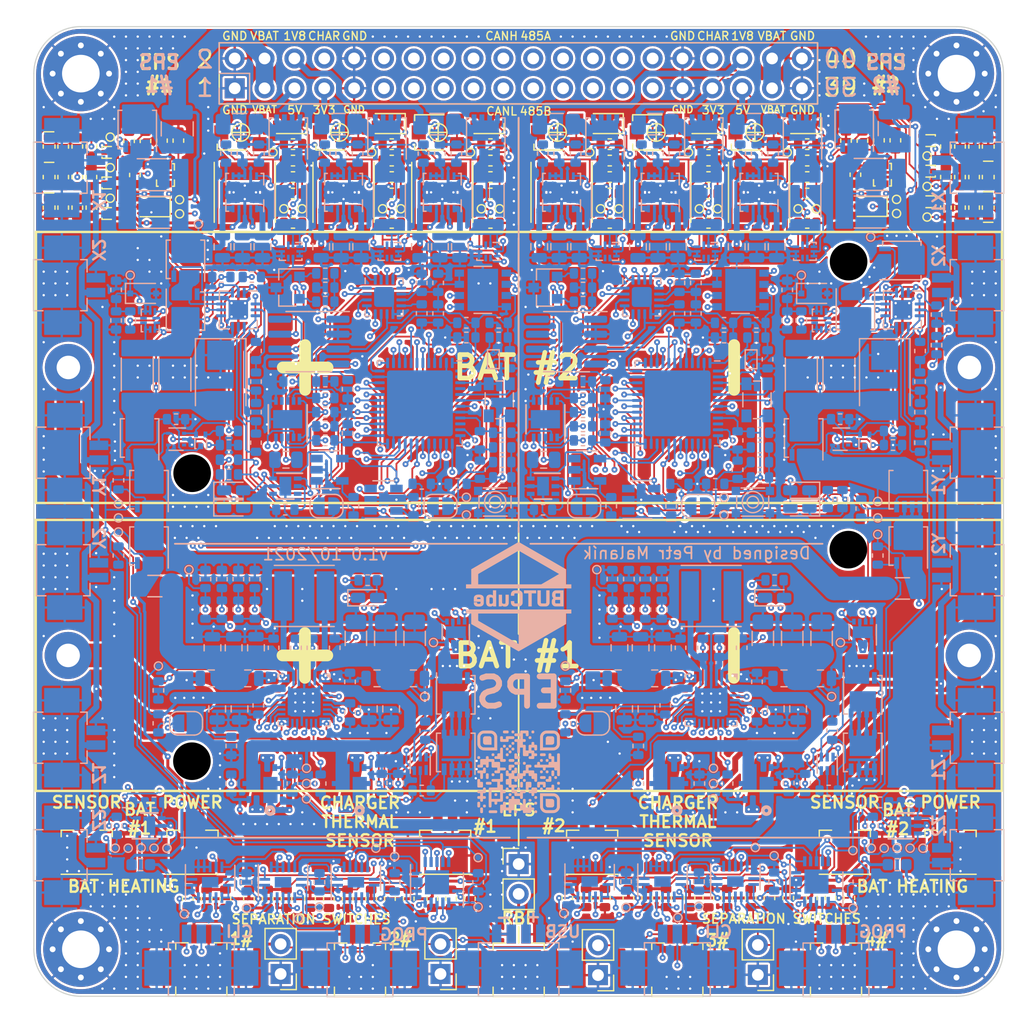
<source format=kicad_pcb>
(kicad_pcb (version 20210623) (generator pcbnew)

  (general
    (thickness 1)
  )

  (paper "A4")
  (title_block
    (title "BUTCube - EPS")
    (date "2021-08-20")
    (rev "v1.0")
    (company "VUT - FIT(STRaDe) & FME(IAE & IPE)")
    (comment 1 "Author: Petr Malaník")
  )

  (layers
    (0 "F.Cu" signal)
    (1 "In1.Cu" power)
    (2 "In2.Cu" mixed)
    (31 "B.Cu" signal)
    (32 "B.Adhes" user "B.Adhesive")
    (33 "F.Adhes" user "F.Adhesive")
    (34 "B.Paste" user)
    (35 "F.Paste" user)
    (36 "B.SilkS" user "B.Silkscreen")
    (37 "F.SilkS" user "F.Silkscreen")
    (38 "B.Mask" user)
    (39 "F.Mask" user)
    (40 "Dwgs.User" user "User.Drawings")
    (41 "Cmts.User" user "User.Comments")
    (42 "Eco1.User" user "User.Eco1")
    (43 "Eco2.User" user "User.Eco2")
    (44 "Edge.Cuts" user)
    (45 "Margin" user)
    (46 "B.CrtYd" user "B.Courtyard")
    (47 "F.CrtYd" user "F.Courtyard")
    (48 "B.Fab" user)
    (49 "F.Fab" user)
    (50 "User.1" user)
    (51 "User.2" user)
    (52 "User.3" user)
    (53 "User.4" user)
    (54 "User.5" user)
    (55 "User.6" user)
    (56 "User.7" user)
    (57 "User.8" user)
    (58 "User.9" user)
  )

  (setup
    (stackup
      (layer "F.SilkS" (type "Top Silk Screen"))
      (layer "F.Paste" (type "Top Solder Paste"))
      (layer "F.Mask" (type "Top Solder Mask") (color "Green") (thickness 0.01))
      (layer "F.Cu" (type "copper") (thickness 0.035))
      (layer "dielectric 1" (type "core") (thickness 0.28) (material "FR4") (epsilon_r 4.5) (loss_tangent 0.02))
      (layer "In1.Cu" (type "copper") (thickness 0.035))
      (layer "dielectric 2" (type "prepreg") (thickness 0.28) (material "FR4") (epsilon_r 4.5) (loss_tangent 0.02))
      (layer "In2.Cu" (type "copper") (thickness 0.035))
      (layer "dielectric 3" (type "core") (thickness 0.28) (material "FR4") (epsilon_r 4.5) (loss_tangent 0.02))
      (layer "B.Cu" (type "copper") (thickness 0.035))
      (layer "B.Mask" (type "Bottom Solder Mask") (color "Green") (thickness 0.01))
      (layer "B.Paste" (type "Bottom Solder Paste"))
      (layer "B.SilkS" (type "Bottom Silk Screen"))
      (copper_finish "Immersion gold")
      (dielectric_constraints no)
    )
    (pad_to_mask_clearance 0)
    (pcbplotparams
      (layerselection 0x00010f0_ffffffff)
      (disableapertmacros false)
      (usegerberextensions true)
      (usegerberattributes true)
      (usegerberadvancedattributes true)
      (creategerberjobfile true)
      (svguseinch false)
      (svgprecision 6)
      (excludeedgelayer true)
      (plotframeref false)
      (viasonmask false)
      (mode 1)
      (useauxorigin false)
      (hpglpennumber 1)
      (hpglpenspeed 20)
      (hpglpendiameter 15.000000)
      (dxfpolygonmode true)
      (dxfimperialunits true)
      (dxfusepcbnewfont true)
      (psnegative false)
      (psa4output false)
      (plotreference true)
      (plotvalue true)
      (plotinvisibletext false)
      (sketchpadsonfab false)
      (subtractmaskfromsilk false)
      (outputformat 1)
      (mirror false)
      (drillshape 0)
      (scaleselection 1)
      (outputdirectory "gerbers")
    )
  )

  (net 0 "")
  (net 1 "Net-(C1-Pad1)")
  (net 2 "/Unit #1/Battery charger/VBUS")
  (net 3 "/Unit #1/MCU/MCU_POWER")
  (net 4 "/Unit #1/Battery charger/SOLAR_IN")
  (net 5 "/USB power/USB_POWER")
  (net 6 "Net-(C6-Pad1)")
  (net 7 "Net-(C6-Pad2)")
  (net 8 "Net-(C7-Pad1)")
  (net 9 "GND")
  (net 10 "Net-(C7-Pad2)")
  (net 11 "Net-(C8-Pad1)")
  (net 12 "/Unit #1/Battery charger/PMID")
  (net 13 "/Unit #1/Battery charger/SYS")
  (net 14 "/Unit #1/Battery charger/REGN")
  (net 15 "/Unit #1/Activation control/PWR_OUT")
  (net 16 "Net-(C29-Pad1)")
  (net 17 "/Unit #1/MCU/OUT_CUR")
  (net 18 "Net-(C32-Pad1)")
  (net 19 "/Unit #1/MCU/VREF")
  (net 20 "Net-(C47-Pad1)")
  (net 21 "/Unit #2/MCU/MCU_POWER")
  (net 22 "/Unit #2/Battery charger/SOLAR_IN")
  (net 23 "Net-(C52-Pad1)")
  (net 24 "Net-(C52-Pad2)")
  (net 25 "Net-(C53-Pad1)")
  (net 26 "Net-(C53-Pad2)")
  (net 27 "Net-(C54-Pad1)")
  (net 28 "/Unit #2/Battery charger/PMID")
  (net 29 "/Unit #2/Battery charger/SYS")
  (net 30 "/Unit #2/Battery charger/REGN")
  (net 31 "/Unit #2/Activation control/PWR_OUT")
  (net 32 "Net-(C75-Pad1)")
  (net 33 "/Unit #2/MCU/OUT_CUR")
  (net 34 "Net-(C78-Pad1)")
  (net 35 "/Unit #2/MCU/VREF")
  (net 36 "Net-(C93-Pad1)")
  (net 37 "Net-(C94-Pad1)")
  (net 38 "/Unit #1/Output control/PWR_OUT")
  (net 39 "Net-(C96-Pad1)")
  (net 40 "Net-(C97-Pad1)")
  (net 41 "/Unit #2/Output control/PWR_OUT")
  (net 42 "Net-(C101-Pad1)")
  (net 43 "Net-(C102-Pad1)")
  (net 44 "Net-(C106-Pad1)")
  (net 45 "Net-(C107-Pad1)")
  (net 46 "Net-(C111-Pad1)")
  (net 47 "Net-(C112-Pad1)")
  (net 48 "Net-(C116-Pad1)")
  (net 49 "Net-(C117-Pad1)")
  (net 50 "Net-(C121-Pad1)")
  (net 51 "Net-(C122-Pad1)")
  (net 52 "/Unit #1/ADC/VBAT_CUR")
  (net 53 "/Unit #2/ADC/VBAT_CUR")
  (net 54 "Net-(C129-Pad1)")
  (net 55 "Net-(C130-Pad1)")
  (net 56 "Net-(C131-Pad1)")
  (net 57 "Net-(C132-Pad1)")
  (net 58 "Net-(C133-Pad1)")
  (net 59 "/Unit #2/Activation control/Activation logic/PWR_IN")
  (net 60 "Net-(C138-Pad1)")
  (net 61 "Net-(C139-Pad1)")
  (net 62 "Net-(C140-Pad1)")
  (net 63 "Net-(C141-Pad1)")
  (net 64 "Net-(C142-Pad1)")
  (net 65 "/Unit #1/Activation control/Activation logic/PWR_IN")
  (net 66 "Net-(D2-Pad2)")
  (net 67 "/Stack connector/CAN_L")
  (net 68 "/Stack connector/CAN_H")
  (net 69 "/Unit #1/ADC/1V8_CUR")
  (net 70 "/Unit #2/ADC/1V8_CUR")
  (net 71 "/Unit #1/ADC/3V3_CUR")
  (net 72 "/Unit #2/ADC/3V3_CUR")
  (net 73 "/Unit #1/ADC/5V_CUR")
  (net 74 "/Unit #2/ADC/5V_CUR")
  (net 75 "/Unit #1/Activation control/PWR_IN")
  (net 76 "/Unit #1/MCU/POWER")
  (net 77 "Net-(F3-Pad2)")
  (net 78 "/Unit #2/Activation control/PWR_IN")
  (net 79 "/Unit #2/MCU/POWER")
  (net 80 "Net-(F6-Pad2)")
  (net 81 "Net-(F7-Pad1)")
  (net 82 "/Unit #1/1V8")
  (net 83 "Net-(F8-Pad1)")
  (net 84 "/Unit #2/1V8")
  (net 85 "Net-(F9-Pad1)")
  (net 86 "/Unit #1/3V3")
  (net 87 "Net-(F10-Pad1)")
  (net 88 "/Unit #2/3V3")
  (net 89 "Net-(F11-Pad1)")
  (net 90 "/Unit #1/5V")
  (net 91 "Net-(F12-Pad1)")
  (net 92 "/Unit #2/5V")
  (net 93 "Net-(F13-Pad1)")
  (net 94 "/Unit #1/VBAT")
  (net 95 "Net-(F14-Pad1)")
  (net 96 "/Unit #2/VBAT")
  (net 97 "Net-(J7-Pad1)")
  (net 98 "/Unit #1/MCU/DBG_TX")
  (net 99 "/Unit #1/MCU/DBG_RX")
  (net 100 "/Unit #1/MCU/SWCLK")
  (net 101 "/Unit #1/MCU/SWDIO")
  (net 102 "/Unit #1/Battery temperature control/NTC_OUT")
  (net 103 "Net-(J11-Pad1)")
  (net 104 "/Stack connector/EPS#1_CHARGE")
  (net 105 "/Stack connector/RS_485_~{B}")
  (net 106 "/Stack connector/RS_485_A")
  (net 107 "/Stack connector/EPS#2_CHARGE")
  (net 108 "Net-(J19-Pad1)")
  (net 109 "/Unit #2/MCU/DBG_TX")
  (net 110 "/Unit #2/MCU/DBG_RX")
  (net 111 "/Unit #2/MCU/SWCLK")
  (net 112 "/Unit #2/MCU/SWDIO")
  (net 113 "/Unit #2/Battery temperature control/NTC_OUT")
  (net 114 "Net-(J23-Pad1)")
  (net 115 "/Activation switches/RBF_PIN")
  (net 116 "/Activation switches/SW_#1")
  (net 117 "/Activation switches/SW_#2")
  (net 118 "/Activation switches/SW_#3")
  (net 119 "/Activation switches/SW_#4")
  (net 120 "Net-(JP1-Pad2)")
  (net 121 "Net-(JP2-Pad1)")
  (net 122 "/Unit #1/MCU/NRST")
  (net 123 "Net-(JP3-Pad1)")
  (net 124 "Net-(JP3-Pad2)")
  (net 125 "Net-(JP4-Pad2)")
  (net 126 "Net-(JP5-Pad1)")
  (net 127 "/Unit #2/MCU/NRST")
  (net 128 "Net-(JP6-Pad1)")
  (net 129 "Net-(JP6-Pad2)")
  (net 130 "Net-(L3-Pad1)")
  (net 131 "Net-(L3-Pad2)")
  (net 132 "Net-(L4-Pad1)")
  (net 133 "Net-(L4-Pad2)")
  (net 134 "Net-(L5-Pad1)")
  (net 135 "Net-(L5-Pad2)")
  (net 136 "Net-(L6-Pad1)")
  (net 137 "Net-(L6-Pad2)")
  (net 138 "Net-(L7-Pad1)")
  (net 139 "Net-(L7-Pad2)")
  (net 140 "Net-(L8-Pad1)")
  (net 141 "Net-(L8-Pad2)")
  (net 142 "Net-(Q1-PadG1)")
  (net 143 "Net-(Q1-PadS1)")
  (net 144 "Net-(Q2-PadG1)")
  (net 145 "Net-(Q2-PadS1)")
  (net 146 "/Unit #1/Activation control/Activation logic/SEP_EN")
  (net 147 "Net-(Q3-Pad5)")
  (net 148 "/Unit #1/Activation control/Activation logic/RBF_EN")
  (net 149 "Net-(Q5-Pad1)")
  (net 150 "Net-(Q5-Pad3)")
  (net 151 "Net-(Q7-Pad1)")
  (net 152 "Net-(Q7-Pad4)")
  (net 153 "Net-(Q7-Pad5)")
  (net 154 "Net-(Q9-PadG1)")
  (net 155 "Net-(Q9-PadS1)")
  (net 156 "Net-(Q10-PadG1)")
  (net 157 "Net-(Q10-PadS1)")
  (net 158 "/Unit #2/Activation control/Activation logic/SEP_EN")
  (net 159 "Net-(Q11-Pad5)")
  (net 160 "/Unit #2/Activation control/Activation logic/RBF_EN")
  (net 161 "Net-(Q13-Pad1)")
  (net 162 "Net-(Q13-Pad3)")
  (net 163 "Net-(Q15-Pad1)")
  (net 164 "Net-(Q15-Pad4)")
  (net 165 "Net-(Q15-Pad5)")
  (net 166 "Net-(Q17-Pad4)")
  (net 167 "Net-(Q17-Pad5)")
  (net 168 "Net-(Q18-Pad1)")
  (net 169 "Net-(Q18-Pad4)")
  (net 170 "Net-(Q19-Pad4)")
  (net 171 "Net-(Q19-Pad5)")
  (net 172 "Net-(Q20-Pad1)")
  (net 173 "Net-(Q20-Pad4)")
  (net 174 "/Unit #1/Power supplies/Power_supply_1V8/PER_POWER")
  (net 175 "/Unit #1/MCU/1V8_EN")
  (net 176 "/Unit #2/Power supplies/Power_supply_1V8/PER_POWER")
  (net 177 "/Unit #2/MCU/1V8_EN")
  (net 178 "/Unit #1/MCU/3V3_EN")
  (net 179 "/Unit #2/MCU/3V3_EN")
  (net 180 "/Unit #1/Power supplies/Power_supply_5V/PER_POWER")
  (net 181 "/Unit #1/MCU/5V_EN")
  (net 182 "/Unit #2/Power supplies/Power_supply_5V/PER_POWER")
  (net 183 "/Unit #2/MCU/5V_EN")
  (net 184 "Net-(Q27-Pad1)")
  (net 185 "/Unit #1/MCU/VBAT_EN")
  (net 186 "Net-(Q28-Pad1)")
  (net 187 "/Unit #2/MCU/VBAT_EN")
  (net 188 "/Unit #1/Battery charger/D+")
  (net 189 "/Unit #1/Battery charger/D-")
  (net 190 "Net-(R5-Pad2)")
  (net 191 "Net-(R6-Pad2)")
  (net 192 "Net-(R7-Pad1)")
  (net 193 "Net-(R8-Pad2)")
  (net 194 "Net-(D1-Pad2)")
  (net 195 "Net-(R11-Pad1)")
  (net 196 "Net-(R16-Pad2)")
  (net 197 "Net-(R17-Pad2)")
  (net 198 "Net-(R18-Pad2)")
  (net 199 "Net-(R21-Pad2)")
  (net 200 "Net-(R22-Pad1)")
  (net 201 "Net-(R24-Pad2)")
  (net 202 "/Unit #1/MCU/VBAT")
  (net 203 "/Unit #1/MCU/VDDUSB")
  (net 204 "Net-(R30-Pad1)")
  (net 205 "/Unit #1/MCU/CAN_RS")
  (net 206 "/Unit #1/MCU/RS_485_R_EN")
  (net 207 "/Unit #1/MCU/RS_485_T_EN")
  (net 208 "/Unit #1/Battery temperature control/EN")
  (net 209 "/Unit #1/Battery temperature control/NTC_REF")
  (net 210 "/Unit #2/Battery charger/D+")
  (net 211 "/Unit #2/Battery charger/D-")
  (net 212 "Net-(R47-Pad2)")
  (net 213 "Net-(R57-Pad2)")
  (net 214 "/Unit #2/MCU/VBAT")
  (net 215 "/Unit #2/MCU/VDDUSB")
  (net 216 "/Unit #2/MCU/CAN_RS")
  (net 217 "/Unit #2/MCU/RS_485_R_EN")
  (net 218 "/Unit #2/MCU/RS_485_T_EN")
  (net 219 "/Unit #2/Battery temperature control/EN")
  (net 220 "/Unit #2/Battery temperature control/NTC_REF")
  (net 221 "Net-(R82-Pad1)")
  (net 222 "Net-(R91-Pad2)")
  (net 223 "Net-(R98-Pad2)")
  (net 224 "Net-(R105-Pad2)")
  (net 225 "Net-(R112-Pad2)")
  (net 226 "Net-(R119-Pad2)")
  (net 227 "/Unit #1/Battery temperature control/~{FAULT}")
  (net 228 "/Unit #2/Battery temperature control/~{FAULT}")
  (net 229 "Net-(TP61-Pad1)")
  (net 230 "Net-(TP62-Pad1)")
  (net 231 "Net-(TP63-Pad1)")
  (net 232 "Net-(TP64-Pad1)")
  (net 233 "Net-(TP67-Pad1)")
  (net 234 "Net-(TP69-Pad1)")
  (net 235 "Net-(TP70-Pad1)")
  (net 236 "Net-(TP71-Pad1)")
  (net 237 "Net-(TP72-Pad1)")
  (net 238 "Net-(TP75-Pad1)")
  (net 239 "/Unit #1/ADC/~{CS}")
  (net 240 "/Unit #1/MCU/SPI_MISO")
  (net 241 "/Unit #1/MCU/SPI_SCK")
  (net 242 "/Unit #1/MCU/SPI_MOSI")
  (net 243 "Net-(D1-Pad1)")
  (net 244 "/Unit #1/Battery charger/SCL")
  (net 245 "/Unit #1/Battery charger/SDA")
  (net 246 "/Unit #1/Battery charger/~{INT}")
  (net 247 "/Unit #1/MCU/WDG_RESET")
  (net 248 "/Unit #1/MCU/FRAM_CS")
  (net 249 "/Unit #1/MCU/LSE")
  (net 250 "/Unit #1/MCU/HSE")
  (net 251 "/Unit #1/Battery charger/BAT_ALERT")
  (net 252 "/Unit #1/MCU/RS_485_R")
  (net 253 "/Unit #1/MCU/RS_485_T")
  (net 254 "/Unit #1/MCU/CAN_RX")
  (net 255 "/Unit #1/MCU/CAN_TX")
  (net 256 "/Unit #2/ADC/~{CS}")
  (net 257 "/Unit #2/MCU/SPI_MISO")
  (net 258 "/Unit #2/MCU/SPI_SCK")
  (net 259 "/Unit #2/MCU/SPI_MOSI")
  (net 260 "Net-(D5-Pad1)")
  (net 261 "/Unit #2/Battery charger/SCL")
  (net 262 "/Unit #2/Battery charger/SDA")
  (net 263 "/Unit #2/Battery charger/~{INT}")
  (net 264 "/Unit #2/MCU/WDG_RESET")
  (net 265 "/Unit #2/MCU/FRAM_CS")
  (net 266 "/Unit #2/MCU/LSE")
  (net 267 "/Unit #2/MCU/HSE")
  (net 268 "/Unit #2/Battery charger/BAT_ALERT")
  (net 269 "/Unit #2/MCU/RS_485_R")
  (net 270 "/Unit #2/MCU/RS_485_T")
  (net 271 "/Unit #2/MCU/CAN_RX")
  (net 272 "/Unit #2/MCU/CAN_TX")
  (net 273 "Net-(U52-Pad6)")
  (net 274 "Net-(U53-Pad8)")
  (net 275 "Net-(U54-Pad12)")
  (net 276 "Net-(U48-Pad6)")
  (net 277 "Net-(U48-Pad8)")
  (net 278 "Net-(U48-Pad12)")
  (net 279 "Net-(U49-Pad10)")
  (net 280 "Net-(U49-Pad8)")
  (net 281 "Net-(U49-Pad12)")
  (net 282 "Net-(U50-Pad12)")
  (net 283 "Net-(U52-Pad8)")
  (net 284 "Net-(U52-Pad12)")
  (net 285 "Net-(U53-Pad10)")
  (net 286 "Net-(U53-Pad12)")
  (net 287 "Net-(D4-Pad1)")
  (net 288 "Net-(D7-Pad1)")
  (net 289 "Net-(D7-Pad2)")
  (net 290 "Net-(D8-Pad2)")
  (net 291 "Net-(D10-Pad1)")
  (net 292 "Net-(D11-Pad1)")
  (net 293 "/Unit #1/MCU/LED1")
  (net 294 "/Unit #1/MCU/LED2")
  (net 295 "Net-(R41-Pad1)")
  (net 296 "Net-(R46-Pad2)")
  (net 297 "Net-(R48-Pad1)")
  (net 298 "Net-(R49-Pad2)")
  (net 299 "Net-(R52-Pad1)")
  (net 300 "Net-(R58-Pad2)")
  (net 301 "Net-(R59-Pad2)")
  (net 302 "Net-(R62-Pad2)")
  (net 303 "Net-(R63-Pad1)")
  (net 304 "Net-(R65-Pad2)")
  (net 305 "Net-(R71-Pad1)")
  (net 306 "/Unit #2/MCU/LED1")
  (net 307 "/Unit #2/MCU/LED2")
  (net 308 "Net-(R84-Pad1)")
  (net 309 "Net-(R86-Pad1)")
  (net 310 "Net-(R88-Pad2)")
  (net 311 "Net-(R89-Pad1)")
  (net 312 "Net-(R95-Pad2)")
  (net 313 "Net-(R96-Pad1)")
  (net 314 "Net-(R102-Pad2)")
  (net 315 "Net-(R103-Pad1)")
  (net 316 "Net-(R109-Pad2)")
  (net 317 "Net-(R110-Pad1)")
  (net 318 "Net-(R116-Pad2)")
  (net 319 "Net-(R117-Pad1)")
  (net 320 "Net-(R123-Pad2)")
  (net 321 "Net-(R124-Pad1)")
  (net 322 "Net-(R126-Pad2)")
  (net 323 "Net-(R132-Pad2)")
  (net 324 "Net-(R137-Pad2)")
  (net 325 "/Unit #1/Battery charger/BAT+")
  (net 326 "/Unit #2/Battery charger/BAT+")
  (net 327 "/Unit #1/ADC/VBAT_DIV")
  (net 328 "/Unit #1/ADC/3V3_DIV")
  (net 329 "/Unit #1/ADC/5V_DIV")
  (net 330 "/Unit #2/ADC/VBAT_DIV")
  (net 331 "/Unit #2/ADC/3V3_DIV")
  (net 332 "/Unit #2/ADC/5V_DIV")
  (net 333 "unconnected-(J12-Pad11)")
  (net 334 "unconnected-(J12-Pad12)")
  (net 335 "unconnected-(J12-Pad13)")
  (net 336 "unconnected-(J12-Pad14)")
  (net 337 "unconnected-(J12-Pad15)")
  (net 338 "unconnected-(J12-Pad16)")
  (net 339 "unconnected-(J12-Pad17)")
  (net 340 "unconnected-(J12-Pad18)")
  (net 341 "unconnected-(J12-Pad23)")
  (net 342 "unconnected-(J12-Pad24)")
  (net 343 "unconnected-(J12-Pad25)")
  (net 344 "unconnected-(J12-Pad26)")
  (net 345 "unconnected-(J12-Pad27)")
  (net 346 "unconnected-(J12-Pad28)")
  (net 347 "unconnected-(J12-Pad29)")
  (net 348 "unconnected-(J12-Pad30)")
  (net 349 "/Unit #1/ADC/CONV_EN")
  (net 350 "Net-(Q29-Pad3)")
  (net 351 "Net-(Q30-Pad3)")
  (net 352 "Net-(Q31-Pad3)")
  (net 353 "/Unit #2/ADC/CONV_EN")
  (net 354 "Net-(Q32-Pad3)")
  (net 355 "Net-(Q33-Pad3)")
  (net 356 "Net-(Q34-Pad3)")
  (net 357 "unconnected-(U6-Pad3)")
  (net 358 "unconnected-(U8-Pad3)")
  (net 359 "unconnected-(U9-Pad4)")
  (net 360 "unconnected-(U9-Pad10)")
  (net 361 "unconnected-(U10-Pad3)")
  (net 362 "unconnected-(U12-Pad7)")
  (net 363 "unconnected-(U19-Pad3)")
  (net 364 "unconnected-(U21-Pad3)")
  (net 365 "unconnected-(U22-Pad4)")
  (net 366 "unconnected-(U22-Pad10)")
  (net 367 "unconnected-(U23-Pad3)")
  (net 368 "unconnected-(U25-Pad7)")
  (net 369 "unconnected-(U27-Pad1)")
  (net 370 "unconnected-(U30-Pad1)")
  (net 371 "unconnected-(U50-Pad8)")
  (net 372 "unconnected-(U54-Pad8)")
  (net 373 "unconnected-(X1-Pad1)")
  (net 374 "unconnected-(X3-Pad1)")
  (net 375 "/Unit #2/Battery charger/VBUS")

  (footprint "Diode_SMD:D_SOD-323F" (layer "F.Cu") (at 95.1 59.325 180))

  (footprint "TCY_passives:R_0603_1608Metric" (layer "F.Cu") (at 163.8 54.2 90))

  (footprint "TCY_passives:R_0603_1608Metric" (layer "F.Cu") (at 93.1 53.725 90))

  (footprint "TCY_passives:D_0603_1608Metric" (layer "F.Cu") (at 86.3 56.8 -90))

  (footprint "MountingHole:MountingHole_3.2mm_M3_Pad_Via" (layer "F.Cu") (at 89 122.5))

  (footprint "TCY_passives:R_0603_1608Metric" (layer "F.Cu") (at 107.05 58.2))

  (footprint "TCY_connectors:TestPoint_Pad_D0.5mm" (layer "F.Cu") (at 158.4 59.9))

  (footprint "TCY_connectors:Amphenol_10114830-11102LF_1x02_P1.25mm_Horizontal" (layer "F.Cu") (at 99.25 122))

  (footprint "TCY_passives:R_0603_1608Metric" (layer "F.Cu") (at 113.7 118.2 -90))

  (footprint "TCY_passives:R_0603_1608Metric" (layer "F.Cu") (at 151.187255 118.138244 -90))

  (footprint "TCY_passives:R_0603_1608Metric" (layer "F.Cu") (at 162.6 54.2 -90))

  (footprint "TCY_IC:DFN-3_1.2x1.2mm" (layer "F.Cu") (at 161 53.7))

  (footprint "Connector_PinHeader_2.54mm:PinHeader_1x02_P2.54mm_Vertical" (layer "F.Cu") (at 146.6 124.675 180))

  (footprint "TCY_passives:R_0603_1608Metric" (layer "F.Cu") (at 115.45 55.4))

  (footprint "TCY_passives:R_0603_1608Metric" (layer "F.Cu") (at 150.8 54 180))

  (footprint "TCY_passives:R_0603_1608Metric" (layer "F.Cu") (at 89.9 54.2 90))

  (footprint "TCY_passives:R_0603_1608Metric" (layer "F.Cu") (at 131.987255 118.138244 90))

  (footprint "TCY_passives:D_0603_1608Metric" (layer "F.Cu") (at 86.3 54.2 -90))

  (footprint "TCY_passives:C_0603_1608Metric" (layer "F.Cu") (at 165 54.2 90))

  (footprint "TCY_passives:R_0603_1608Metric" (layer "F.Cu") (at 88.7 54.2 -90))

  (footprint "TCY_connectors:TestPoint_Pad_D0.5mm" (layer "F.Cu") (at 114.675 59.5))

  (footprint "TCY_passives:R_0603_1608Metric" (layer "F.Cu") (at 89.9 56.8 90))

  (footprint "TCY_connectors:TestPoint_Pad_D0.5mm" (layer "F.Cu") (at 107.825 59.5))

  (footprint "TCY_connectors:TestPoint_Pad_D0.5mm" (layer "F.Cu") (at 124.625 59.5))

  (footprint "TCY_IC:DFN-3_1.2x1.2mm" (layer "F.Cu") (at 91.5 54.7 180))

  (footprint "Diode_SMD:D_SOD-323F" (layer "F.Cu") (at 106.7 52.25 180))

  (footprint "TCY_passives:C_0603_1608Metric" (layer "F.Cu") (at 138.787255 118.138244 -90))

  (footprint "TCY_passives:R_0603_1608Metric" (layer "F.Cu") (at 120.5 118.2 90))

  (footprint "Diode_SMD:D_SOD-323F" (layer "F.Cu") (at 133.65 52.25 180))

  (footprint "Package_DFN_QFN:UQFN-10_1.4x1.8mm_P0.4mm" (layer "F.Cu") (at 157.2 56.6))

  (footprint "TCY_connectors:TestPoint_Pad_D0.5mm" (layer "F.Cu") (at 105.35 54.7))

  (footprint "TCY_passives:C_0603_1608Metric" (layer "F.Cu") (at 93.6 56.625 90))

  (footprint "TCY_passives:C_0603_1608Metric" (layer "F.Cu") (at 115.45 60.7))

  (footprint "TCY_connectors:TestPoint_Pad_D0.5mm" (layer "F.Cu") (at 143.175 59.5))

  (footprint "TCY_connectors:Amphenol_10114830-11102LF_1x02_P1.25mm_Horizontal" (layer "F.Cu") (at 126.25 122.02))

  (footprint "TCY_passives:R_0603_1608Metric" (layer "F.Cu") (at 123.85 54 180))

  (footprint "TCY_passives:RV_3x3.6" (layer "F.Cu") (at 102.6 53 90))

  (footprint "TCY_passives:R_0603_1608Metric" (layer "F.Cu") (at 137.187255 118.138244 90))

  (footprint "TCY_passives:R_0603_1608Metric" (layer "F.Cu") (at 115.3 118.2 90))

  (footprint "TCY_passives:R_0603_1608Metric" (layer "F.Cu") (at 147.587255 118.138244 90))

  (footprint "TCY_connectors:TestPoint_Pad_D0.5mm" (layer "F.Cu") (at 158.4 58.7))

  (footprint "TCY_IC:DFN-3_1.2x1.2mm" (layer "F.Cu") (at 161 58.9))

  (footprint "TCY_passives:C_0603_1608Metric" (layer "F.Cu") (at 154.387255 118.138244 -90))

  (footprint "TCY_passives:C_0603_1608Metric" (layer "F.Cu") (at 106.5 118.2 -90))

  (footprint "Diode_SMD:D_SOD-323F" (layer "F.Cu") (at 123.5 52.25 180))

  (footprint "TCY_passives:R_0603_1608Metric" (layer "F.Cu") (at 94.5 53.725 90))

  (footprint "TCY_connectors:TestPoint_Pad_D0.5mm" (layer "F.Cu") (at 140.7 54.7))

  (footprint "TCY_connectors:TestPoint_Pad_D0.5mm" (layer "F.Cu") (at 150.025 59.5))

  (footprint "TCY_passives:R_0603_1608Metric" (layer "F.Cu") (at 145.987255 118.138244 -90))

  (footprint "TCY_passives:R_0603_1608Metric" (layer "F.Cu") (at 150.8 56.8 180))

  (footprint "TCY_passives:R_0603_1608Metric" (layer "F.Cu") (at 89.9 59.4 90))

  (footprint "Inductor_SMD:L_Taiyo-Yuden_MD-5050" (layer "F.Cu") (at 129.9 58.1 -90))

  (footprint "TCY_passives:C_0603_1608Metric" (layer "F.Cu") (at 156.9 53.675 90))

  (footprint "TCY_connectors:TestPoint_Pad_D0.5mm" (layer "F.Cu") (at 97.4 59.925))

  (footprint "TCY_connectors:TestPoint_Pad_D0.5mm" (layer "F.Cu") (at 132.3 54.7))

  (footprint "Inductor_SMD:L_Taiyo-Yuden_MD-5050" (layer "F.Cu") (at 119.75 58.1 -90))

  (footprint "TCY_passives:R_0603_1608Metric" (layer "F.Cu") (at 155.5 53.7 90))

  (footprint "TCY_passives:R_0603_1608Metric" (layer "F.Cu") (at 150.8 58.2))

  (footprint "Connector_PinHeader_2.54mm:PinHeader_1x02_P2.54mm_Vertical" (layer "F.Cu") (at 106 124.6 180))

  (footprint "TCY_passives:R_0603_1608Metric" (layer "F.Cu") (at 107.05 54 180))

  (footprint "TCY_passives:C_0603_1608Metric" (layer "F.Cu") (at 165 59.4 90))

  (footprint "TCY_passives:R_0603_1608Metric" (layer "F.Cu") (at 150.8 55.4))

  (footprint "TCY_passives:C_0603_1608Metric" (layer "F.Cu") (at 116.9 118.2 -90))

  (footprint "TCY_passives:R_0603_1608Metric" (layer "F.Cu") (at 154.1 53.7 90))

  (footprint "Package_DFN_QFN:UQFN-10_1.4x1.8mm_P0.4mm" (layer "F.Cu")
    (tedit 5A2A91D4) (tstamp 6fcd3d2c-36d3-423d-8e2c-23dac20131b9)
    (at 96.2 56.625)
    (descr "UQFN 10pin, https://www.onsemi.com/pub/Collateral/488AT.PDF")
    (tags "UQFN-10_1.4x1.8mm_P0.4mm")
    (property "Sheetfile" "Power_VBAT.kicad_sch")
    (property "Sheetname" "Power_VBAT")
    (path "/3fbfe5f5-450c-4c51-813c-f3d5ddddd4e3/e90aa45b-e371-4d9f-a40f-45b62d6b0cc2/4813e8c7-3f5a-4c5f-98f0-ec2a381e611e/4bc5bfce-3c4b-49ff-9663-b05430efc8b8")
    (attr smd)
    (fp_text reference "U45" (at 0 -2) (layer "F.SilkS") hide
      (effects (font (size 1 1) (thickness 0.15)))
      (tstamp 2536d4d6-7fe0-4e32-9806-e50fdf6ade3a)
    )
    (fp_text value "INA199x2" (at 0 2) (layer "F.Fab")
      (effects (font (size 1 1) (thickness 0.15)))
      (tstamp f1b0f1d0-f76b-42da-a158-6ff28f8eadb5)
    )
    (fp_text user "${REFERENCE}" (at 0 0) (layer "F.Fab") hide
      (effects (font (size 0.5 0.5) (thickness 0.05)))
      (tstamp 18fb1093-2330-4829-9935-a6e317da6020)
    )
    (fp_line (start -0.76 0.96) (end -0.76 0.425) (layer "F.SilkS") (width 0.12) (tstamp 17e17e0f-c3dc-4eca-9c64-c01ec286b384))
    (fp_line (start 0.76 0.96) (end 0.625 0.96) (layer "F.SilkS") (width 0.12) (tstamp 346d2651-bc2a-436a-b11e-a270a846830e))
    (fp_line (start 0.76 0.96) (end 0.76 0.425) (layer "F.SilkS") (width 0.12) (tstamp 51525e0a-6ae8-4438-8c59-8974c93bc818))
    (fp_line (start 0.76 -0.425) (end 0.76 -0.96) (layer "F.SilkS") (width 0.12) (tstamp 842cbdb1-0da3-4b0e-988a-951afed495e5))
    (fp_line (start 0.76 -0.96) (end 0.625 -0.96) (layer "F.SilkS") (width 0.12) (tstamp 9152e217-5465-4b5e-8795-57095b927576))
    (fp_line (start -0.625 0.96) (end -0.76 0.96) (layer "F.SilkS") (width 0.12) (tstamp c570c45a-6333-484e-b7c1-bd62e1943d21))
... [9010217 chars truncated]
</source>
